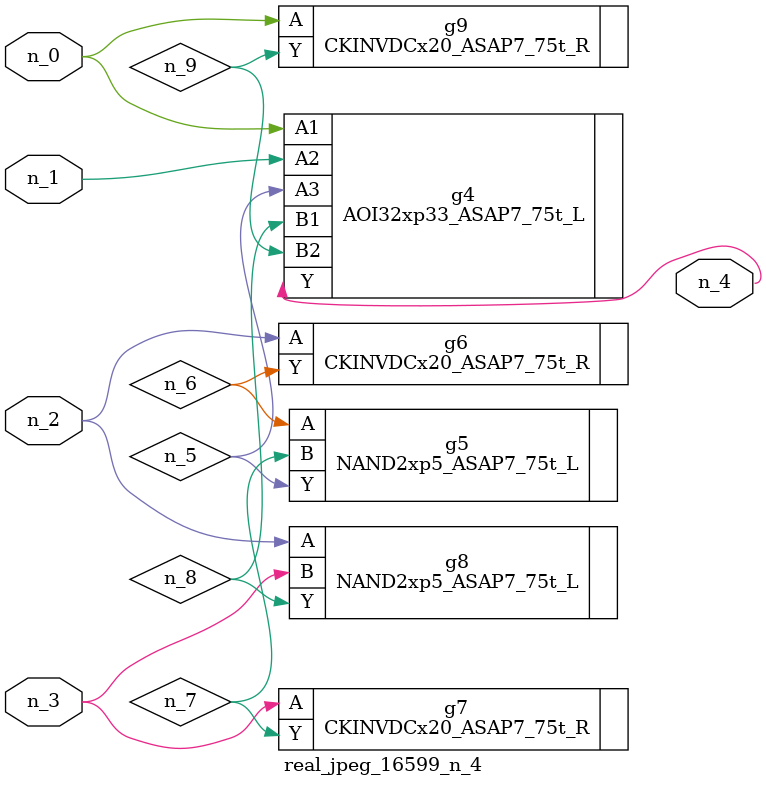
<source format=v>
module real_jpeg_16599_n_4 (n_3, n_1, n_0, n_2, n_4);

input n_3;
input n_1;
input n_0;
input n_2;

output n_4;

wire n_5;
wire n_8;
wire n_6;
wire n_7;
wire n_9;

AOI32xp33_ASAP7_75t_L g4 ( 
.A1(n_0),
.A2(n_1),
.A3(n_5),
.B1(n_8),
.B2(n_9),
.Y(n_4)
);

CKINVDCx20_ASAP7_75t_R g9 ( 
.A(n_0),
.Y(n_9)
);

CKINVDCx20_ASAP7_75t_R g6 ( 
.A(n_2),
.Y(n_6)
);

NAND2xp5_ASAP7_75t_L g8 ( 
.A(n_2),
.B(n_3),
.Y(n_8)
);

CKINVDCx20_ASAP7_75t_R g7 ( 
.A(n_3),
.Y(n_7)
);

NAND2xp5_ASAP7_75t_L g5 ( 
.A(n_6),
.B(n_7),
.Y(n_5)
);


endmodule
</source>
